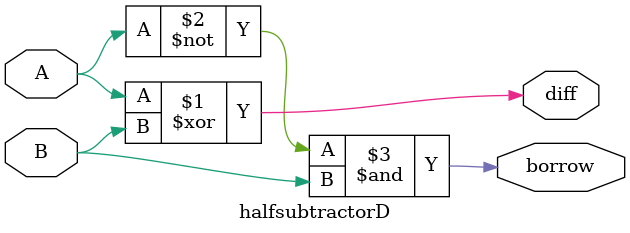
<source format=v>
`timescale 1ns / 1ps
module halfsubtractorD(diff,borrow,A,B
    );
input A,B;
output diff,borrow;
assign diff=A^B;
assign borrow=(~A)&B;

endmodule

</source>
